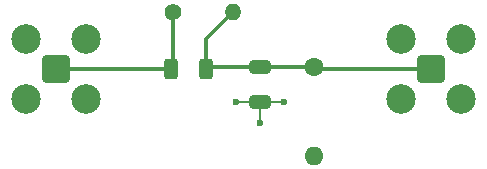
<source format=gbr>
%TF.GenerationSoftware,KiCad,Pcbnew,8.0.1*%
%TF.CreationDate,2024-04-10T12:00:33-07:00*%
%TF.ProjectId,LowPassFilter,4c6f7750-6173-4734-9669-6c7465722e6b,rev?*%
%TF.SameCoordinates,Original*%
%TF.FileFunction,Copper,L1,Top*%
%TF.FilePolarity,Positive*%
%FSLAX46Y46*%
G04 Gerber Fmt 4.6, Leading zero omitted, Abs format (unit mm)*
G04 Created by KiCad (PCBNEW 8.0.1) date 2024-04-10 12:00:33*
%MOMM*%
%LPD*%
G01*
G04 APERTURE LIST*
G04 Aperture macros list*
%AMRoundRect*
0 Rectangle with rounded corners*
0 $1 Rounding radius*
0 $2 $3 $4 $5 $6 $7 $8 $9 X,Y pos of 4 corners*
0 Add a 4 corners polygon primitive as box body*
4,1,4,$2,$3,$4,$5,$6,$7,$8,$9,$2,$3,0*
0 Add four circle primitives for the rounded corners*
1,1,$1+$1,$2,$3*
1,1,$1+$1,$4,$5*
1,1,$1+$1,$6,$7*
1,1,$1+$1,$8,$9*
0 Add four rect primitives between the rounded corners*
20,1,$1+$1,$2,$3,$4,$5,0*
20,1,$1+$1,$4,$5,$6,$7,0*
20,1,$1+$1,$6,$7,$8,$9,0*
20,1,$1+$1,$8,$9,$2,$3,0*%
G04 Aperture macros list end*
%TA.AperFunction,ComponentPad*%
%ADD10C,1.600000*%
%TD*%
%TA.AperFunction,ComponentPad*%
%ADD11O,1.600000X1.600000*%
%TD*%
%TA.AperFunction,ComponentPad*%
%ADD12RoundRect,0.200100X0.949900X-0.949900X0.949900X0.949900X-0.949900X0.949900X-0.949900X-0.949900X0*%
%TD*%
%TA.AperFunction,ComponentPad*%
%ADD13C,2.500000*%
%TD*%
%TA.AperFunction,ComponentPad*%
%ADD14RoundRect,0.200100X-0.949900X0.949900X-0.949900X-0.949900X0.949900X-0.949900X0.949900X0.949900X0*%
%TD*%
%TA.AperFunction,ComponentPad*%
%ADD15C,1.400000*%
%TD*%
%TA.AperFunction,ComponentPad*%
%ADD16O,1.400000X1.400000*%
%TD*%
%TA.AperFunction,SMDPad,CuDef*%
%ADD17RoundRect,0.250000X-0.650000X0.325000X-0.650000X-0.325000X0.650000X-0.325000X0.650000X0.325000X0*%
%TD*%
%TA.AperFunction,SMDPad,CuDef*%
%ADD18RoundRect,0.250000X-0.312500X-0.625000X0.312500X-0.625000X0.312500X0.625000X-0.312500X0.625000X0*%
%TD*%
%TA.AperFunction,ViaPad*%
%ADD19C,0.600000*%
%TD*%
%TA.AperFunction,Conductor*%
%ADD20C,0.300000*%
%TD*%
%TA.AperFunction,Conductor*%
%ADD21C,0.200000*%
%TD*%
%TA.AperFunction,Conductor*%
%ADD22C,1.000000*%
%TD*%
G04 APERTURE END LIST*
D10*
%TO.P,C2,1*%
%TO.N,Net-(RF-OUT1-In)*%
X154178000Y-94802000D03*
D11*
%TO.P,C2,2*%
%TO.N,GND*%
X154178000Y-102302000D03*
%TD*%
D12*
%TO.P,RF-IN,1,In*%
%TO.N,Net-(RF-IN1-In)*%
X132374000Y-94996000D03*
D13*
%TO.P,RF-IN,2,Ext*%
%TO.N,GND*%
X129834000Y-97536000D03*
X134914000Y-97536000D03*
X129834000Y-92456000D03*
X134914000Y-92456000D03*
%TD*%
D14*
%TO.P,RF-OUT,1,In*%
%TO.N,Net-(RF-OUT1-In)*%
X164084000Y-94996000D03*
D13*
%TO.P,RF-OUT,2,Ext*%
%TO.N,GND*%
X166624000Y-92456000D03*
X161544000Y-92456000D03*
X166624000Y-97536000D03*
X161544000Y-97536000D03*
%TD*%
D15*
%TO.P,R2,1*%
%TO.N,Net-(RF-IN1-In)*%
X142240000Y-90170000D03*
D16*
%TO.P,R2,2*%
%TO.N,Net-(RF-OUT1-In)*%
X147320000Y-90170000D03*
%TD*%
D17*
%TO.P,C1,1*%
%TO.N,Net-(RF-OUT1-In)*%
X149606000Y-94791000D03*
%TO.P,C1,2*%
%TO.N,GND*%
X149606000Y-97741000D03*
%TD*%
D18*
%TO.P,R1,1*%
%TO.N,Net-(RF-IN1-In)*%
X142109000Y-94996000D03*
%TO.P,R1,2*%
%TO.N,Net-(RF-OUT1-In)*%
X145034000Y-94996000D03*
%TD*%
D19*
%TO.N,GND*%
X149606000Y-99568000D03*
X151638000Y-97790000D03*
X147574000Y-97790000D03*
%TD*%
D20*
%TO.N,Net-(RF-OUT1-In)*%
X154178000Y-94802000D02*
X149617000Y-94802000D01*
X145034000Y-94996000D02*
X145034000Y-92456000D01*
X154372000Y-94996000D02*
X154178000Y-94802000D01*
X145239000Y-94791000D02*
X145034000Y-94996000D01*
X164084000Y-94996000D02*
X154372000Y-94996000D01*
X154167000Y-94791000D02*
X154178000Y-94802000D01*
X149617000Y-94802000D02*
X149606000Y-94791000D01*
X145288000Y-94742000D02*
X145337000Y-94791000D01*
X145034000Y-94742000D02*
X145288000Y-94742000D01*
X149606000Y-94791000D02*
X145239000Y-94791000D01*
X145034000Y-92456000D02*
X147320000Y-90170000D01*
D21*
%TO.N,GND*%
X149606000Y-97741000D02*
X147623000Y-97741000D01*
X149606000Y-97741000D02*
X151589000Y-97741000D01*
X147623000Y-97741000D02*
X147574000Y-97790000D01*
X149606000Y-97741000D02*
X149606000Y-99568000D01*
X151589000Y-97741000D02*
X151638000Y-97790000D01*
D20*
%TO.N,Net-(RF-IN1-In)*%
X142109000Y-94619000D02*
X142240000Y-94488000D01*
X142109000Y-94996000D02*
X132374000Y-94996000D01*
X142109000Y-94996000D02*
X142109000Y-94619000D01*
D22*
X142109000Y-90301000D02*
X142240000Y-90170000D01*
D20*
X142240000Y-94488000D02*
X142240000Y-90170000D01*
%TD*%
M02*

</source>
